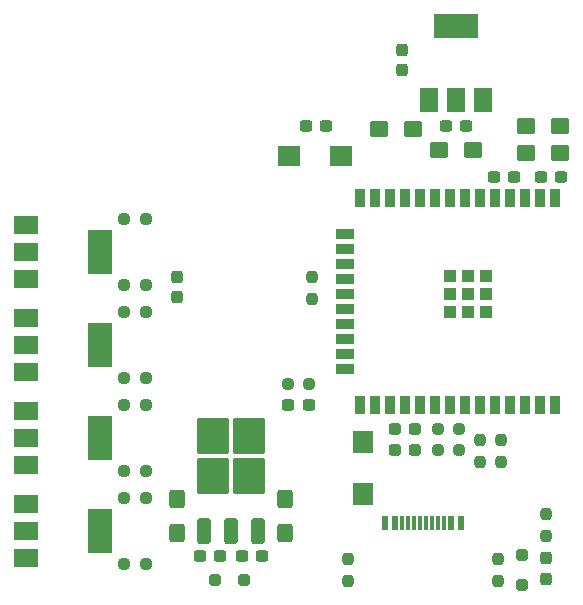
<source format=gtp>
G04 #@! TF.GenerationSoftware,KiCad,Pcbnew,8.0.2*
G04 #@! TF.CreationDate,2024-05-03T17:36:45+02:00*
G04 #@! TF.ProjectId,WLED_Controller_PWM,574c4544-5f43-46f6-9e74-726f6c6c6572,rev?*
G04 #@! TF.SameCoordinates,Original*
G04 #@! TF.FileFunction,Paste,Top*
G04 #@! TF.FilePolarity,Positive*
%FSLAX46Y46*%
G04 Gerber Fmt 4.6, Leading zero omitted, Abs format (unit mm)*
G04 Created by KiCad (PCBNEW 8.0.2) date 2024-05-03 17:36:45*
%MOMM*%
%LPD*%
G01*
G04 APERTURE LIST*
G04 Aperture macros list*
%AMRoundRect*
0 Rectangle with rounded corners*
0 $1 Rounding radius*
0 $2 $3 $4 $5 $6 $7 $8 $9 X,Y pos of 4 corners*
0 Add a 4 corners polygon primitive as box body*
4,1,4,$2,$3,$4,$5,$6,$7,$8,$9,$2,$3,0*
0 Add four circle primitives for the rounded corners*
1,1,$1+$1,$2,$3*
1,1,$1+$1,$4,$5*
1,1,$1+$1,$6,$7*
1,1,$1+$1,$8,$9*
0 Add four rect primitives between the rounded corners*
20,1,$1+$1,$2,$3,$4,$5,0*
20,1,$1+$1,$4,$5,$6,$7,0*
20,1,$1+$1,$6,$7,$8,$9,0*
20,1,$1+$1,$8,$9,$2,$3,0*%
G04 Aperture macros list end*
%ADD10RoundRect,0.250000X-0.250000X-0.250000X0.250000X-0.250000X0.250000X0.250000X-0.250000X0.250000X0*%
%ADD11RoundRect,0.237500X0.237500X-0.250000X0.237500X0.250000X-0.237500X0.250000X-0.237500X-0.250000X0*%
%ADD12RoundRect,0.237500X0.250000X0.237500X-0.250000X0.237500X-0.250000X-0.237500X0.250000X-0.237500X0*%
%ADD13R,0.900000X1.500000*%
%ADD14R,1.500000X0.900000*%
%ADD15R,1.050000X1.050000*%
%ADD16RoundRect,0.250000X0.425000X-0.537500X0.425000X0.537500X-0.425000X0.537500X-0.425000X-0.537500X0*%
%ADD17RoundRect,0.237500X-0.250000X-0.237500X0.250000X-0.237500X0.250000X0.237500X-0.250000X0.237500X0*%
%ADD18RoundRect,0.237500X-0.237500X0.300000X-0.237500X-0.300000X0.237500X-0.300000X0.237500X0.300000X0*%
%ADD19R,1.500000X2.000000*%
%ADD20R,3.800000X2.000000*%
%ADD21RoundRect,0.250000X-0.537500X-0.425000X0.537500X-0.425000X0.537500X0.425000X-0.537500X0.425000X0*%
%ADD22R,2.000000X1.500000*%
%ADD23R,2.000000X3.800000*%
%ADD24RoundRect,0.237500X-0.237500X0.250000X-0.237500X-0.250000X0.237500X-0.250000X0.237500X0.250000X0*%
%ADD25RoundRect,0.250000X-0.250000X0.250000X-0.250000X-0.250000X0.250000X-0.250000X0.250000X0.250000X0*%
%ADD26RoundRect,0.237500X0.287500X0.237500X-0.287500X0.237500X-0.287500X-0.237500X0.287500X-0.237500X0*%
%ADD27R,1.700000X1.925000*%
%ADD28RoundRect,0.237500X0.300000X0.237500X-0.300000X0.237500X-0.300000X-0.237500X0.300000X-0.237500X0*%
%ADD29RoundRect,0.237500X0.237500X-0.287500X0.237500X0.287500X-0.237500X0.287500X-0.237500X-0.287500X0*%
%ADD30RoundRect,0.250000X0.350000X-0.850000X0.350000X0.850000X-0.350000X0.850000X-0.350000X-0.850000X0*%
%ADD31RoundRect,0.250000X1.125000X-1.275000X1.125000X1.275000X-1.125000X1.275000X-1.125000X-1.275000X0*%
%ADD32RoundRect,0.237500X-0.300000X-0.237500X0.300000X-0.237500X0.300000X0.237500X-0.300000X0.237500X0*%
%ADD33R,0.600000X1.240000*%
%ADD34R,0.300000X1.240000*%
%ADD35RoundRect,0.250000X0.537500X0.425000X-0.537500X0.425000X-0.537500X-0.425000X0.537500X-0.425000X0*%
%ADD36R,1.925000X1.700000*%
G04 APERTURE END LIST*
D10*
X35707000Y1397000D03*
X38207000Y1397000D03*
D11*
X58166000Y11430000D03*
X58166000Y13255000D03*
D12*
X56435000Y12446000D03*
X54610000Y12446000D03*
D13*
X64489000Y33750000D03*
X63219000Y33750000D03*
X61949000Y33750000D03*
X60679000Y33750000D03*
X59409000Y33750000D03*
X58139000Y33750000D03*
X56869000Y33750000D03*
X55599000Y33750000D03*
X54329000Y33750000D03*
X53059000Y33750000D03*
X51789000Y33750000D03*
X50519000Y33750000D03*
X49249000Y33750000D03*
X47979000Y33750000D03*
D14*
X46729000Y30710000D03*
X46729000Y29440000D03*
X46729000Y28170000D03*
X46729000Y26900000D03*
X46729000Y25630000D03*
X46729000Y24360000D03*
X46729000Y23090000D03*
X46729000Y21820000D03*
X46729000Y20550000D03*
X46729000Y19280000D03*
D13*
X47979000Y16250000D03*
X49249000Y16250000D03*
X50519000Y16250000D03*
X51789000Y16250000D03*
X53059000Y16250000D03*
X54329000Y16250000D03*
X55599000Y16250000D03*
X56869000Y16250000D03*
X58139000Y16250000D03*
X59409000Y16250000D03*
X60679000Y16250000D03*
X61949000Y16250000D03*
X63219000Y16250000D03*
X64489000Y16250000D03*
D15*
X58674000Y27205000D03*
X57149000Y27205000D03*
X55624000Y27205000D03*
X58674000Y25680000D03*
X57149000Y25680000D03*
X55624000Y25680000D03*
X58674000Y24155000D03*
X57149000Y24155000D03*
X55624000Y24155000D03*
D16*
X32512000Y5420500D03*
X32512000Y8295500D03*
D17*
X41907000Y18040000D03*
X43732000Y18040000D03*
X28043500Y26416000D03*
X29868500Y26416000D03*
D18*
X32512000Y27125000D03*
X32512000Y25400000D03*
D12*
X56435000Y14224000D03*
X54610000Y14224000D03*
D19*
X53834000Y42062000D03*
X56134000Y42062000D03*
D20*
X56134000Y48362000D03*
D19*
X58434000Y42062000D03*
D16*
X41656000Y5420500D03*
X41656000Y8295500D03*
D21*
X49616500Y39624000D03*
X52491500Y39624000D03*
D18*
X51562000Y46328500D03*
X51562000Y44603500D03*
D22*
X19710000Y7888000D03*
X19710000Y5588000D03*
X19710000Y3288000D03*
D23*
X26010000Y5588000D03*
D24*
X43942000Y27074500D03*
X43942000Y25249500D03*
D21*
X62062500Y39878000D03*
X64937500Y39878000D03*
D25*
X61722000Y3536000D03*
X61722000Y1036000D03*
D24*
X46990000Y3198500D03*
X46990000Y1373500D03*
D26*
X52691000Y12446000D03*
X50941000Y12446000D03*
D27*
X48260000Y8709500D03*
X48260000Y13134500D03*
D28*
X45159000Y39878000D03*
X43434000Y39878000D03*
X39724500Y3429000D03*
X37999500Y3429000D03*
D17*
X28043500Y18542000D03*
X29868500Y18542000D03*
D12*
X29868500Y8382000D03*
X28043500Y8382000D03*
D24*
X59690000Y3198500D03*
X59690000Y1373500D03*
D29*
X63754000Y1524000D03*
X63754000Y3274000D03*
D22*
X19710000Y15762000D03*
X19710000Y13462000D03*
X19710000Y11162000D03*
D23*
X26010000Y13462000D03*
D17*
X28043500Y10668000D03*
X29868500Y10668000D03*
D30*
X34805000Y5614000D03*
X37085000Y5614000D03*
D31*
X35560000Y10239000D03*
X38610000Y10239000D03*
X35560000Y13589000D03*
X38610000Y13589000D03*
D30*
X39365000Y5614000D03*
D26*
X52691000Y14224000D03*
X50941000Y14224000D03*
D32*
X41957000Y16262000D03*
X43682000Y16262000D03*
D28*
X56996500Y39878000D03*
X55271500Y39878000D03*
D33*
X50140000Y6265000D03*
X50940000Y6265000D03*
D34*
X52090000Y6265000D03*
X53090000Y6265000D03*
X53590000Y6265000D03*
X54590000Y6265000D03*
D33*
X55740000Y6265000D03*
X56540000Y6265000D03*
X56540000Y6265000D03*
X55740000Y6265000D03*
D34*
X55090000Y6265000D03*
X54090000Y6265000D03*
X52590000Y6265000D03*
X51590000Y6265000D03*
D33*
X50940000Y6265000D03*
X50140000Y6265000D03*
D12*
X29868500Y24130000D03*
X28043500Y24130000D03*
D22*
X19710000Y31510000D03*
X19710000Y29210000D03*
X19710000Y26910000D03*
D23*
X26010000Y29210000D03*
D35*
X57571500Y37846000D03*
X54696500Y37846000D03*
D11*
X59944000Y11430000D03*
X59944000Y13255000D03*
D21*
X62062500Y37592000D03*
X64937500Y37592000D03*
D17*
X28043500Y2794000D03*
X29868500Y2794000D03*
D24*
X63754000Y7008500D03*
X63754000Y5183500D03*
D32*
X63299000Y35560000D03*
X65024000Y35560000D03*
D36*
X41983500Y37338000D03*
X46408500Y37338000D03*
D22*
X19710000Y23636000D03*
X19710000Y21336000D03*
X19710000Y19036000D03*
D23*
X26010000Y21336000D03*
D12*
X29868500Y32004000D03*
X28043500Y32004000D03*
D32*
X59335500Y35560000D03*
X61060500Y35560000D03*
D12*
X29868500Y16256000D03*
X28043500Y16256000D03*
D32*
X34443500Y3429000D03*
X36168500Y3429000D03*
M02*

</source>
